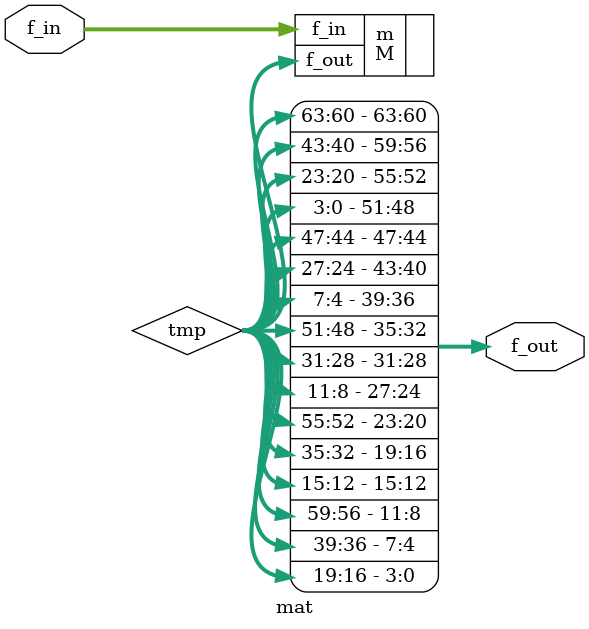
<source format=v>
module mat(f_in, f_out);
    input [63 : 0] f_in;
    output [63: 0] f_out;
    wire [63: 0] tmp;
    M m (.f_in(f_in), .f_out(tmp));

    assign f_out = {tmp[63 : 60], tmp[43 : 40], tmp[23 : 20], tmp[03 : 00],
           tmp[47 : 44], tmp[27 : 24], tmp[07 : 04], tmp[51 : 48],
           tmp[31 : 28], tmp[11 : 08], tmp[55 : 52], tmp[35 : 32],
           tmp[15 : 12], tmp[59 : 56], tmp[39 : 36], tmp[19 : 16]};

endmodule
</source>
